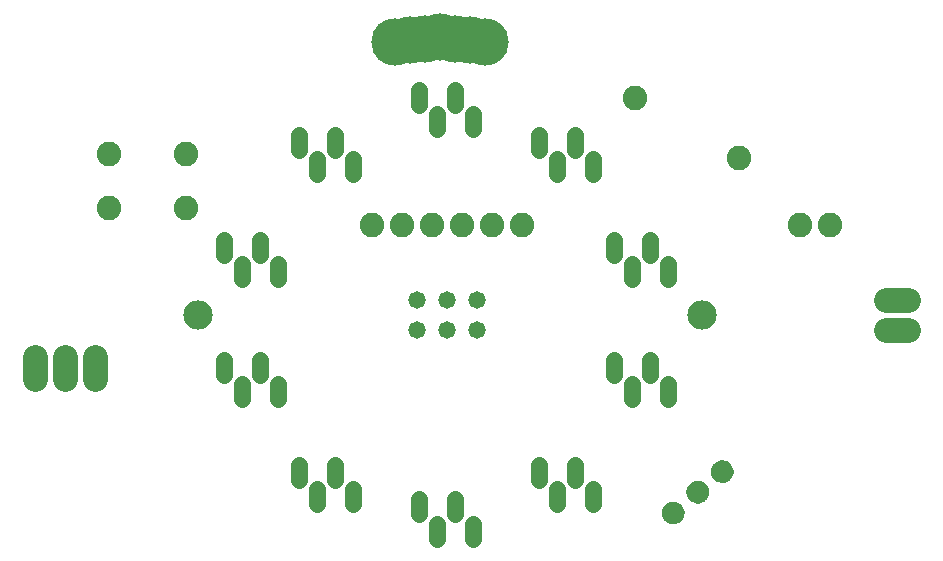
<source format=gbs>
G75*
%MOIN*%
%OFA0B0*%
%FSLAX25Y25*%
%IPPOS*%
%LPD*%
%AMOC8*
5,1,8,0,0,1.08239X$1,22.5*
%
%ADD10C,0.15800*%
%ADD11C,0.05800*%
%ADD12C,0.08200*%
%ADD13C,0.08200*%
%ADD14C,0.00500*%
%ADD15C,0.05800*%
%ADD16C,0.09800*%
D10*
X0154200Y0252500D03*
X0159200Y0253000D03*
X0164200Y0253500D03*
X0169200Y0254000D03*
X0174200Y0253500D03*
X0179200Y0253000D03*
X0184200Y0252500D03*
D11*
X0128000Y0103237D02*
X0128000Y0098237D01*
X0122000Y0106487D02*
X0122000Y0111487D01*
X0134000Y0111487D02*
X0134000Y0106487D01*
X0140000Y0103237D02*
X0140000Y0098237D01*
X0162000Y0099987D02*
X0162000Y0094987D01*
X0168000Y0091737D02*
X0168000Y0086737D01*
X0174000Y0094987D02*
X0174000Y0099987D01*
X0180000Y0091737D02*
X0180000Y0086737D01*
X0202000Y0106487D02*
X0202000Y0111487D01*
X0208000Y0103237D02*
X0208000Y0098237D01*
X0214000Y0106487D02*
X0214000Y0111487D01*
X0220000Y0103237D02*
X0220000Y0098237D01*
X0233000Y0133237D02*
X0233000Y0138237D01*
X0227000Y0141487D02*
X0227000Y0146487D01*
X0239000Y0146487D02*
X0239000Y0141487D01*
X0245000Y0138237D02*
X0245000Y0133237D01*
X0245000Y0173237D02*
X0245000Y0178237D01*
X0239000Y0181487D02*
X0239000Y0186487D01*
X0233000Y0178237D02*
X0233000Y0173237D01*
X0227000Y0181487D02*
X0227000Y0186487D01*
X0220000Y0208237D02*
X0220000Y0213237D01*
X0214000Y0216487D02*
X0214000Y0221487D01*
X0208000Y0213237D02*
X0208000Y0208237D01*
X0202000Y0216487D02*
X0202000Y0221487D01*
X0180000Y0223237D02*
X0180000Y0228237D01*
X0174000Y0231487D02*
X0174000Y0236487D01*
X0168000Y0228237D02*
X0168000Y0223237D01*
X0162000Y0231487D02*
X0162000Y0236487D01*
X0134000Y0221487D02*
X0134000Y0216487D01*
X0140000Y0213237D02*
X0140000Y0208237D01*
X0128000Y0208237D02*
X0128000Y0213237D01*
X0122000Y0216487D02*
X0122000Y0221487D01*
X0109000Y0186487D02*
X0109000Y0181487D01*
X0115000Y0178237D02*
X0115000Y0173237D01*
X0103000Y0173237D02*
X0103000Y0178237D01*
X0097000Y0181487D02*
X0097000Y0186487D01*
X0097000Y0146487D02*
X0097000Y0141487D01*
X0103000Y0138237D02*
X0103000Y0133237D01*
X0109000Y0141487D02*
X0109000Y0146487D01*
X0115000Y0138237D02*
X0115000Y0133237D01*
D12*
X0146500Y0191300D03*
X0156500Y0191300D03*
X0166500Y0191300D03*
X0176500Y0191300D03*
X0186500Y0191300D03*
X0196500Y0191300D03*
X0234179Y0233800D03*
X0268820Y0213800D03*
X0289000Y0191300D03*
X0299000Y0191300D03*
X0084500Y0197200D03*
X0084500Y0215000D03*
X0058900Y0215000D03*
X0058900Y0197200D03*
D13*
X0054000Y0147500D02*
X0054000Y0140100D01*
X0044000Y0140100D02*
X0044000Y0147500D01*
X0034000Y0147500D02*
X0034000Y0140100D01*
X0317800Y0156300D02*
X0325200Y0156300D01*
X0325200Y0166300D02*
X0317800Y0166300D01*
D14*
X0265332Y0111870D02*
X0265825Y0111397D01*
X0266206Y0110829D01*
X0266468Y0110198D01*
X0266602Y0109528D01*
X0266602Y0108845D01*
X0266469Y0108175D01*
X0266209Y0107543D01*
X0265829Y0106975D01*
X0265347Y0106491D01*
X0264782Y0106121D01*
X0264157Y0105869D01*
X0263494Y0105744D01*
X0262819Y0105750D01*
X0262159Y0105888D01*
X0261538Y0106152D01*
X0260981Y0106532D01*
X0260508Y0107014D01*
X0260133Y0107559D01*
X0259871Y0108168D01*
X0259732Y0108816D01*
X0259723Y0109479D01*
X0259844Y0110130D01*
X0260089Y0110746D01*
X0260450Y0111302D01*
X0260912Y0111777D01*
X0261472Y0112168D01*
X0262097Y0112443D01*
X0262764Y0112590D01*
X0263447Y0112604D01*
X0264120Y0112485D01*
X0264756Y0112237D01*
X0265332Y0111870D01*
X0265211Y0111947D02*
X0261156Y0111947D01*
X0260593Y0111449D02*
X0265771Y0111449D01*
X0266124Y0110950D02*
X0260222Y0110950D01*
X0259972Y0110452D02*
X0266362Y0110452D01*
X0266517Y0109953D02*
X0259811Y0109953D01*
X0259724Y0109455D02*
X0266602Y0109455D01*
X0266602Y0108956D02*
X0259730Y0108956D01*
X0259809Y0108458D02*
X0266526Y0108458D01*
X0266381Y0107959D02*
X0259960Y0107959D01*
X0260201Y0107461D02*
X0266154Y0107461D01*
X0265817Y0106962D02*
X0260559Y0106962D01*
X0261081Y0106464D02*
X0265305Y0106464D01*
X0264395Y0105965D02*
X0261977Y0105965D01*
X0258061Y0103916D02*
X0258315Y0103293D01*
X0258443Y0102631D01*
X0258440Y0101958D01*
X0258305Y0101298D01*
X0258044Y0100677D01*
X0257667Y0100119D01*
X0257188Y0099645D01*
X0256627Y0099269D01*
X0256003Y0099010D01*
X0255341Y0098878D01*
X0254665Y0098877D01*
X0254003Y0099009D01*
X0253378Y0099267D01*
X0252817Y0099642D01*
X0252339Y0100119D01*
X0251960Y0100664D01*
X0251695Y0101273D01*
X0251554Y0101921D01*
X0251542Y0102585D01*
X0251659Y0103238D01*
X0251902Y0103855D01*
X0252261Y0104414D01*
X0252721Y0104891D01*
X0253290Y0105284D01*
X0253924Y0105558D01*
X0254600Y0105703D01*
X0255291Y0105714D01*
X0255971Y0105589D01*
X0256613Y0105334D01*
X0257193Y0104959D01*
X0257689Y0104478D01*
X0258061Y0103916D01*
X0258024Y0103971D02*
X0251977Y0103971D01*
X0251752Y0103473D02*
X0258242Y0103473D01*
X0258377Y0102974D02*
X0251612Y0102974D01*
X0251544Y0102476D02*
X0258443Y0102476D01*
X0258440Y0101977D02*
X0251553Y0101977D01*
X0251650Y0101479D02*
X0258342Y0101479D01*
X0258172Y0100980D02*
X0251823Y0100980D01*
X0252087Y0100482D02*
X0257912Y0100482D01*
X0257530Y0099983D02*
X0252475Y0099983D01*
X0253052Y0099485D02*
X0256949Y0099485D01*
X0255883Y0098986D02*
X0254117Y0098986D01*
X0249869Y0097041D02*
X0250124Y0096405D01*
X0250251Y0095731D01*
X0250244Y0095046D01*
X0250103Y0094375D01*
X0249834Y0093745D01*
X0249447Y0093179D01*
X0248957Y0092700D01*
X0248396Y0092331D01*
X0247773Y0092079D01*
X0247114Y0091953D01*
X0246442Y0091958D01*
X0245784Y0092095D01*
X0245166Y0092357D01*
X0244611Y0092734D01*
X0244140Y0093213D01*
X0243757Y0093759D01*
X0243488Y0094369D01*
X0243343Y0095020D01*
X0243328Y0095686D01*
X0243443Y0096343D01*
X0243685Y0096964D01*
X0244042Y0097527D01*
X0244503Y0098009D01*
X0245072Y0098405D01*
X0245708Y0098684D01*
X0246386Y0098832D01*
X0247080Y0098846D01*
X0247764Y0098723D01*
X0248410Y0098470D01*
X0248994Y0098096D01*
X0249494Y0097614D01*
X0249869Y0097041D01*
X0249888Y0096992D02*
X0243702Y0096992D01*
X0243502Y0096494D02*
X0250089Y0096494D01*
X0250201Y0095995D02*
X0243382Y0095995D01*
X0243332Y0095497D02*
X0250248Y0095497D01*
X0250234Y0094998D02*
X0243348Y0094998D01*
X0243459Y0094499D02*
X0250129Y0094499D01*
X0249943Y0094001D02*
X0243650Y0094001D01*
X0243937Y0093502D02*
X0249668Y0093502D01*
X0249268Y0093004D02*
X0244346Y0093004D01*
X0244947Y0092505D02*
X0248662Y0092505D01*
X0247397Y0092007D02*
X0246207Y0092007D01*
X0244019Y0097491D02*
X0249575Y0097491D01*
X0249105Y0097989D02*
X0244484Y0097989D01*
X0245260Y0098488D02*
X0248365Y0098488D01*
X0252315Y0104470D02*
X0257695Y0104470D01*
X0257180Y0104968D02*
X0252833Y0104968D01*
X0253713Y0105467D02*
X0256280Y0105467D01*
X0262112Y0112446D02*
X0264221Y0112446D01*
D15*
X0181500Y0156300D03*
X0171500Y0156300D03*
X0161500Y0156300D03*
X0161500Y0166300D03*
X0171500Y0166300D03*
X0181500Y0166300D03*
D16*
X0256500Y0161300D03*
X0088500Y0161300D03*
M02*

</source>
